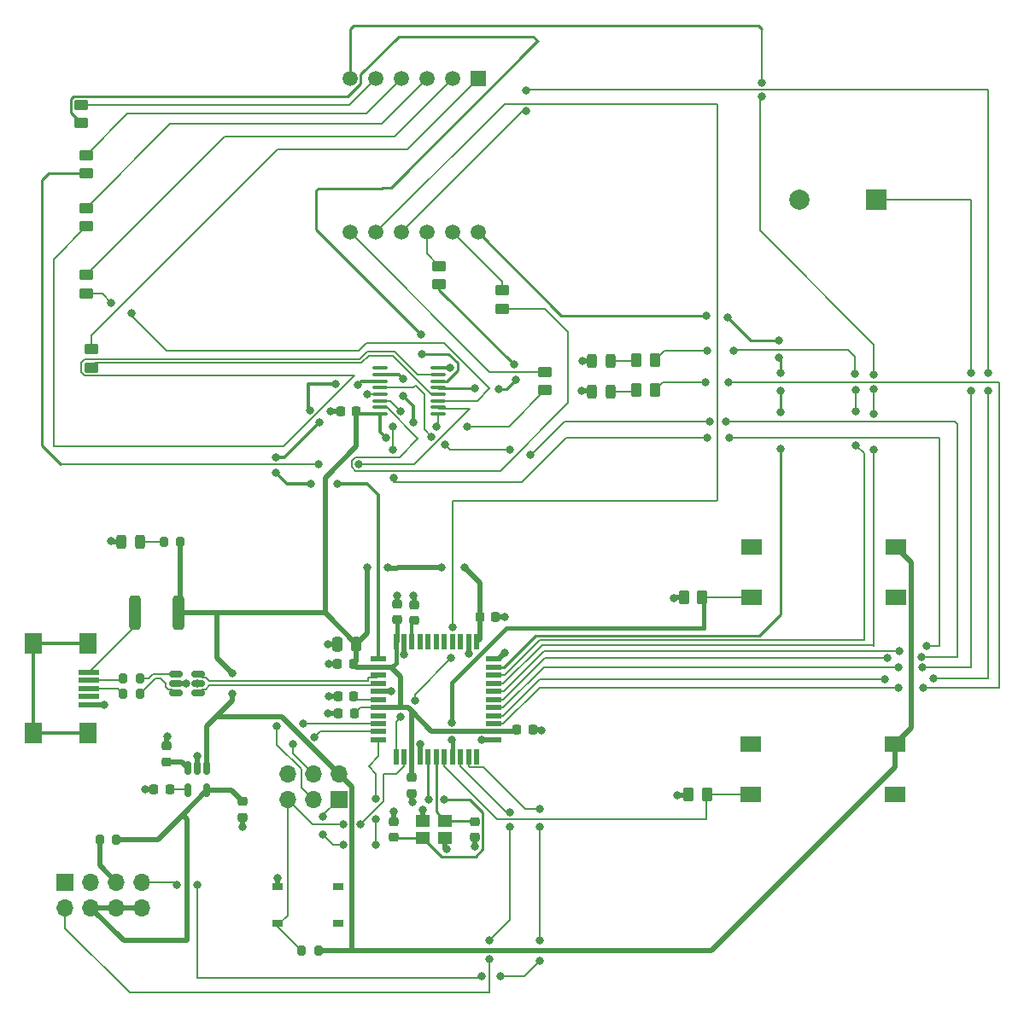
<source format=gbr>
%TF.GenerationSoftware,KiCad,Pcbnew,(7.0.0)*%
%TF.CreationDate,2023-04-24T10:14:54-06:00*%
%TF.ProjectId,Phase_B_ATMEGA_v3,50686173-655f-4425-9f41-544d4547415f,rev?*%
%TF.SameCoordinates,Original*%
%TF.FileFunction,Copper,L1,Top*%
%TF.FilePolarity,Positive*%
%FSLAX46Y46*%
G04 Gerber Fmt 4.6, Leading zero omitted, Abs format (unit mm)*
G04 Created by KiCad (PCBNEW (7.0.0)) date 2023-04-24 10:14:54*
%MOMM*%
%LPD*%
G01*
G04 APERTURE LIST*
G04 Aperture macros list*
%AMRoundRect*
0 Rectangle with rounded corners*
0 $1 Rounding radius*
0 $2 $3 $4 $5 $6 $7 $8 $9 X,Y pos of 4 corners*
0 Add a 4 corners polygon primitive as box body*
4,1,4,$2,$3,$4,$5,$6,$7,$8,$9,$2,$3,0*
0 Add four circle primitives for the rounded corners*
1,1,$1+$1,$2,$3*
1,1,$1+$1,$4,$5*
1,1,$1+$1,$6,$7*
1,1,$1+$1,$8,$9*
0 Add four rect primitives between the rounded corners*
20,1,$1+$1,$2,$3,$4,$5,0*
20,1,$1+$1,$4,$5,$6,$7,0*
20,1,$1+$1,$6,$7,$8,$9,0*
20,1,$1+$1,$8,$9,$2,$3,0*%
G04 Aperture macros list end*
%TA.AperFunction,ComponentPad*%
%ADD10R,2.000000X2.000000*%
%TD*%
%TA.AperFunction,ComponentPad*%
%ADD11C,2.000000*%
%TD*%
%TA.AperFunction,SMDPad,CuDef*%
%ADD12RoundRect,0.200000X-0.200000X-0.275000X0.200000X-0.275000X0.200000X0.275000X-0.200000X0.275000X0*%
%TD*%
%TA.AperFunction,SMDPad,CuDef*%
%ADD13RoundRect,0.200000X0.200000X0.275000X-0.200000X0.275000X-0.200000X-0.275000X0.200000X-0.275000X0*%
%TD*%
%TA.AperFunction,SMDPad,CuDef*%
%ADD14RoundRect,0.243750X-0.243750X-0.456250X0.243750X-0.456250X0.243750X0.456250X-0.243750X0.456250X0*%
%TD*%
%TA.AperFunction,SMDPad,CuDef*%
%ADD15RoundRect,0.250000X0.450000X-0.262500X0.450000X0.262500X-0.450000X0.262500X-0.450000X-0.262500X0*%
%TD*%
%TA.AperFunction,SMDPad,CuDef*%
%ADD16RoundRect,0.225000X0.250000X-0.225000X0.250000X0.225000X-0.250000X0.225000X-0.250000X-0.225000X0*%
%TD*%
%TA.AperFunction,SMDPad,CuDef*%
%ADD17RoundRect,0.250000X0.262500X0.450000X-0.262500X0.450000X-0.262500X-0.450000X0.262500X-0.450000X0*%
%TD*%
%TA.AperFunction,SMDPad,CuDef*%
%ADD18R,2.000000X1.500000*%
%TD*%
%TA.AperFunction,SMDPad,CuDef*%
%ADD19RoundRect,0.250000X0.250000X0.475000X-0.250000X0.475000X-0.250000X-0.475000X0.250000X-0.475000X0*%
%TD*%
%TA.AperFunction,SMDPad,CuDef*%
%ADD20R,1.500000X0.550000*%
%TD*%
%TA.AperFunction,SMDPad,CuDef*%
%ADD21R,0.550000X1.500000*%
%TD*%
%TA.AperFunction,SMDPad,CuDef*%
%ADD22RoundRect,0.225000X-0.225000X-0.250000X0.225000X-0.250000X0.225000X0.250000X-0.225000X0.250000X0*%
%TD*%
%TA.AperFunction,SMDPad,CuDef*%
%ADD23RoundRect,0.225000X0.225000X0.250000X-0.225000X0.250000X-0.225000X-0.250000X0.225000X-0.250000X0*%
%TD*%
%TA.AperFunction,SMDPad,CuDef*%
%ADD24RoundRect,0.100000X0.637500X0.100000X-0.637500X0.100000X-0.637500X-0.100000X0.637500X-0.100000X0*%
%TD*%
%TA.AperFunction,ComponentPad*%
%ADD25R,1.700000X1.700000*%
%TD*%
%TA.AperFunction,ComponentPad*%
%ADD26O,1.700000X1.700000*%
%TD*%
%TA.AperFunction,SMDPad,CuDef*%
%ADD27RoundRect,0.250000X-0.312500X-1.450000X0.312500X-1.450000X0.312500X1.450000X-0.312500X1.450000X0*%
%TD*%
%TA.AperFunction,SMDPad,CuDef*%
%ADD28RoundRect,0.225000X-0.250000X0.225000X-0.250000X-0.225000X0.250000X-0.225000X0.250000X0.225000X0*%
%TD*%
%TA.AperFunction,ComponentPad*%
%ADD29R,1.500000X1.500000*%
%TD*%
%TA.AperFunction,ComponentPad*%
%ADD30C,1.500000*%
%TD*%
%TA.AperFunction,SMDPad,CuDef*%
%ADD31R,1.400000X1.200000*%
%TD*%
%TA.AperFunction,SMDPad,CuDef*%
%ADD32RoundRect,0.150000X-0.512500X-0.150000X0.512500X-0.150000X0.512500X0.150000X-0.512500X0.150000X0*%
%TD*%
%TA.AperFunction,SMDPad,CuDef*%
%ADD33RoundRect,0.150000X-0.150000X0.512500X-0.150000X-0.512500X0.150000X-0.512500X0.150000X0.512500X0*%
%TD*%
%TA.AperFunction,SMDPad,CuDef*%
%ADD34R,2.000000X0.500000*%
%TD*%
%TA.AperFunction,SMDPad,CuDef*%
%ADD35R,1.700000X2.000000*%
%TD*%
%TA.AperFunction,SMDPad,CuDef*%
%ADD36R,1.000000X0.700000*%
%TD*%
%TA.AperFunction,ViaPad*%
%ADD37C,0.800000*%
%TD*%
%TA.AperFunction,Conductor*%
%ADD38C,0.203200*%
%TD*%
%TA.AperFunction,Conductor*%
%ADD39C,0.250000*%
%TD*%
%TA.AperFunction,Conductor*%
%ADD40C,0.508000*%
%TD*%
%TA.AperFunction,Conductor*%
%ADD41C,0.304800*%
%TD*%
%TA.AperFunction,Conductor*%
%ADD42C,0.381000*%
%TD*%
%TA.AperFunction,Conductor*%
%ADD43C,0.254000*%
%TD*%
%TA.AperFunction,Conductor*%
%ADD44C,0.200000*%
%TD*%
G04 APERTURE END LIST*
D10*
%TO.P,LS1,1,1*%
%TO.N,Buzzer*%
X183299999Y-66499999D03*
D11*
%TO.P,LS1,2,2*%
%TO.N,GND*%
X175700000Y-66500000D03*
%TD*%
D12*
%TO.P,R14,1*%
%TO.N,Net-(J2-D+)*%
X108675000Y-115500000D03*
%TO.P,R14,2*%
%TO.N,USB_CONN_D+*%
X110325000Y-115500000D03*
%TD*%
D13*
%TO.P,R13,1*%
%TO.N,+5V*%
X128000000Y-141000000D03*
%TO.P,R13,2*%
%TO.N,RST*%
X126350000Y-141000000D03*
%TD*%
D14*
%TO.P,D3,1,K*%
%TO.N,GND*%
X108500000Y-100500000D03*
%TO.P,D3,2,A*%
%TO.N,Net-(D3-A)*%
X110375000Y-100500000D03*
%TD*%
D15*
%TO.P,R12,1*%
%TO.N,dp*%
X105000000Y-69162500D03*
%TO.P,R12,2*%
%TO.N,Net-(U1-DPX)*%
X105000000Y-67337500D03*
%TD*%
D14*
%TO.P,D1,1,K*%
%TO.N,GND*%
X155125000Y-82500000D03*
%TO.P,D1,2,A*%
%TO.N,Net-(D1-A)*%
X157000000Y-82500000D03*
%TD*%
D16*
%TO.P,C2,1*%
%TO.N,GND*%
X143500000Y-129775000D03*
%TO.P,C2,2*%
%TO.N,XTAL1*%
X143500000Y-128225000D03*
%TD*%
%TO.P,C10,1*%
%TO.N,+5V*%
X135800000Y-108195000D03*
%TO.P,C10,2*%
%TO.N,GND*%
X135800000Y-106645000D03*
%TD*%
%TO.P,C12,1*%
%TO.N,/AREF*%
X137500000Y-108275000D03*
%TO.P,C12,2*%
%TO.N,GND*%
X137500000Y-106725000D03*
%TD*%
D17*
%TO.P,R4,1*%
%TO.N,GREEN_LED*%
X161385000Y-85405000D03*
%TO.P,R4,2*%
%TO.N,Net-(D2-A)*%
X159560000Y-85405000D03*
%TD*%
D18*
%TO.P,S2,A1,NO_1*%
%TO.N,unconnected-(S2-NO_1-PadA1)*%
X185149999Y-125499999D03*
%TO.P,S2,B1,NO_2*%
%TO.N,Button_2*%
X170849999Y-125499999D03*
%TO.P,S2,C1,COM_1*%
%TO.N,+5V*%
X185149999Y-120499999D03*
%TO.P,S2,D1,COM_2*%
%TO.N,unconnected-(S2-COM_2-PadD1)*%
X170849999Y-120499999D03*
%TD*%
D13*
%TO.P,R16,1*%
%TO.N,+5V*%
X114325000Y-100500000D03*
%TO.P,R16,2*%
%TO.N,Net-(D3-A)*%
X112675000Y-100500000D03*
%TD*%
D15*
%TO.P,R7,1*%
%TO.N,c*%
X105000000Y-63912500D03*
%TO.P,R7,2*%
%TO.N,Net-(U1-c)*%
X105000000Y-62087500D03*
%TD*%
D19*
%TO.P,C8,1*%
%TO.N,+5V*%
X131800000Y-110600000D03*
%TO.P,C8,2*%
%TO.N,GND*%
X129900000Y-110600000D03*
%TD*%
D20*
%TO.P,U3,1,PE6*%
%TO.N,SH_CP*%
X133999999Y-112099999D03*
%TO.P,U3,2,UVCC*%
%TO.N,+5V*%
X133999999Y-112899999D03*
%TO.P,U3,3,D-*%
%TO.N,USB_D-*%
X133999999Y-113699999D03*
%TO.P,U3,4,D+*%
%TO.N,USB_D+*%
X133999999Y-114499999D03*
%TO.P,U3,5,UGND*%
%TO.N,GND*%
X133999999Y-115299999D03*
%TO.P,U3,6,UCAP*%
%TO.N,/UCAP*%
X133999999Y-116099999D03*
%TO.P,U3,7,VBUS*%
%TO.N,+5V*%
X133999999Y-116899999D03*
%TO.P,U3,8,PB0*%
%TO.N,unconnected-(U3-PB0-Pad8)*%
X133999999Y-117699999D03*
%TO.P,U3,9,PB1*%
%TO.N,SCK*%
X133999999Y-118499999D03*
%TO.P,U3,10,PB2*%
%TO.N,MOSI*%
X133999999Y-119299999D03*
%TO.P,U3,11,PB3*%
%TO.N,MISO*%
X133999999Y-120099999D03*
D21*
%TO.P,U3,12,PB7*%
%TO.N,Dig3*%
X135699999Y-121799999D03*
%TO.P,U3,13,~{RESET}*%
%TO.N,RST*%
X136499999Y-121799999D03*
%TO.P,U3,14,VCC*%
%TO.N,+5V*%
X137299999Y-121799999D03*
%TO.P,U3,15,GND*%
%TO.N,GND*%
X138099999Y-121799999D03*
%TO.P,U3,16,XTAL2*%
%TO.N,XTAL2*%
X138899999Y-121799999D03*
%TO.P,U3,17,XTAL1*%
%TO.N,XTAL1*%
X139699999Y-121799999D03*
%TO.P,U3,18,PD0*%
%TO.N,Button_2*%
X140499999Y-121799999D03*
%TO.P,U3,19,PD1*%
%TO.N,Button_1*%
X141299999Y-121799999D03*
%TO.P,U3,20,PD2*%
%TO.N,TX*%
X142099999Y-121799999D03*
%TO.P,U3,21,PD3*%
%TO.N,RX*%
X142899999Y-121799999D03*
%TO.P,U3,22,PD5*%
%TO.N,unconnected-(U3-PD5-Pad22)*%
X143699999Y-121799999D03*
D20*
%TO.P,U3,23,GND*%
%TO.N,GND*%
X145399999Y-120099999D03*
%TO.P,U3,24,AVCC*%
%TO.N,+5V*%
X145399999Y-119299999D03*
%TO.P,U3,25,PD4*%
%TO.N,GREEN_LED*%
X145399999Y-118499999D03*
%TO.P,U3,26,PD6*%
%TO.N,Dig2*%
X145399999Y-117699999D03*
%TO.P,U3,27,PD7*%
%TO.N,Buzzer*%
X145399999Y-116899999D03*
%TO.P,U3,28,PB4*%
%TO.N,ST_CP*%
X145399999Y-116099999D03*
%TO.P,U3,29,PB5*%
%TO.N,DS*%
X145399999Y-115299999D03*
%TO.P,U3,30,PB6*%
%TO.N,Dig4*%
X145399999Y-114499999D03*
%TO.P,U3,31,PC6*%
%TO.N,RED_LED*%
X145399999Y-113699999D03*
%TO.P,U3,32,PC7*%
%TO.N,Dig1*%
X145399999Y-112899999D03*
%TO.P,U3,33,~{HWB}/PE2*%
%TO.N,GND*%
X145399999Y-112099999D03*
D21*
%TO.P,U3,34,VCC*%
%TO.N,+5V*%
X143699999Y-110399999D03*
%TO.P,U3,35,GND*%
%TO.N,GND*%
X142899999Y-110399999D03*
%TO.P,U3,36,PF7*%
%TO.N,unconnected-(U3-PF7-Pad36)*%
X142099999Y-110399999D03*
%TO.P,U3,37,PF6*%
%TO.N,unconnected-(U3-PF6-Pad37)*%
X141299999Y-110399999D03*
%TO.P,U3,38,PF5*%
%TO.N,unconnected-(U3-PF5-Pad38)*%
X140499999Y-110399999D03*
%TO.P,U3,39,PF4*%
%TO.N,unconnected-(U3-PF4-Pad39)*%
X139699999Y-110399999D03*
%TO.P,U3,40,PF1*%
%TO.N,unconnected-(U3-PF1-Pad40)*%
X138899999Y-110399999D03*
%TO.P,U3,41,PF0*%
%TO.N,unconnected-(U3-PF0-Pad41)*%
X138099999Y-110399999D03*
%TO.P,U3,42,AREF*%
%TO.N,/AREF*%
X137299999Y-110399999D03*
%TO.P,U3,43,GND*%
%TO.N,GND*%
X136499999Y-110399999D03*
%TO.P,U3,44,AVCC*%
%TO.N,+5V*%
X135699999Y-110399999D03*
%TD*%
D18*
%TO.P,S1,A1,NO_1*%
%TO.N,unconnected-(S1-NO_1-PadA1)*%
X185299999Y-105999999D03*
%TO.P,S1,B1,NO_2*%
%TO.N,Button_1*%
X170999999Y-105999999D03*
%TO.P,S1,C1,COM_1*%
%TO.N,+5V*%
X185299999Y-100999999D03*
%TO.P,S1,D1,COM_2*%
%TO.N,unconnected-(S1-COM_2-PadD1)*%
X170999999Y-100999999D03*
%TD*%
D22*
%TO.P,C11,1*%
%TO.N,+5V*%
X144025000Y-107920000D03*
%TO.P,C11,2*%
%TO.N,GND*%
X145575000Y-107920000D03*
%TD*%
D23*
%TO.P,C5,1*%
%TO.N,+5V*%
X131475000Y-112600000D03*
%TO.P,C5,2*%
%TO.N,GND*%
X129925000Y-112600000D03*
%TD*%
D24*
%TO.P,U2,1,QB*%
%TO.N,b*%
X139862500Y-87775000D03*
%TO.P,U2,2,QC*%
%TO.N,c*%
X139862500Y-87125000D03*
%TO.P,U2,3,QD*%
%TO.N,d*%
X139862500Y-86475000D03*
%TO.P,U2,4,QE*%
%TO.N,e*%
X139862500Y-85825000D03*
%TO.P,U2,5,QF*%
%TO.N,f*%
X139862500Y-85175000D03*
%TO.P,U2,6,QG*%
%TO.N,g*%
X139862500Y-84525000D03*
%TO.P,U2,7,QH*%
%TO.N,dp*%
X139862500Y-83875000D03*
%TO.P,U2,8,GND*%
%TO.N,GND*%
X139862500Y-83225000D03*
%TO.P,U2,9,QH'*%
%TO.N,unconnected-(U2-QH'-Pad9)*%
X134137500Y-83225000D03*
%TO.P,U2,10,~{SRCLR}*%
%TO.N,+5V*%
X134137500Y-83875000D03*
%TO.P,U2,11,SRCLK*%
%TO.N,SH_CP*%
X134137500Y-84525000D03*
%TO.P,U2,12,RCLK*%
%TO.N,ST_CP*%
X134137500Y-85175000D03*
%TO.P,U2,13,~{OE}*%
%TO.N,GND*%
X134137500Y-85825000D03*
%TO.P,U2,14,SER*%
%TO.N,DS*%
X134137500Y-86475000D03*
%TO.P,U2,15,QA*%
%TO.N,a*%
X134137500Y-87125000D03*
%TO.P,U2,16,VCC*%
%TO.N,+5V*%
X134137500Y-87775000D03*
%TD*%
D25*
%TO.P,J3,1,Pin_1*%
%TO.N,GND*%
X102919999Y-134209999D03*
D26*
%TO.P,J3,2,Pin_2*%
%TO.N,TX*%
X102919999Y-136749999D03*
%TO.P,J3,3,Pin_3*%
%TO.N,unconnected-(J3-Pin_3-Pad3)*%
X105459999Y-134209999D03*
%TO.P,J3,4,Pin_4*%
%TO.N,+3.3V*%
X105459999Y-136749999D03*
%TO.P,J3,5,Pin_5*%
%TO.N,Net-(J3-Pin_5)*%
X107999999Y-134209999D03*
%TO.P,J3,6,Pin_6*%
%TO.N,+3.3V*%
X107999999Y-136749999D03*
%TO.P,J3,7,Pin_7*%
%TO.N,RX*%
X110539999Y-134209999D03*
%TO.P,J3,8,Pin_8*%
%TO.N,+3.3V*%
X110539999Y-136749999D03*
%TD*%
D16*
%TO.P,C3,1*%
%TO.N,XTAL2*%
X135500000Y-129775000D03*
%TO.P,C3,2*%
%TO.N,GND*%
X135500000Y-128225000D03*
%TD*%
D22*
%TO.P,C7,1*%
%TO.N,+5V*%
X147700000Y-119100000D03*
%TO.P,C7,2*%
%TO.N,GND*%
X149250000Y-119100000D03*
%TD*%
D27*
%TO.P,F1,1*%
%TO.N,Net-(J2-VBUS)*%
X109862500Y-107500000D03*
%TO.P,F1,2*%
%TO.N,+5V*%
X114137500Y-107500000D03*
%TD*%
D25*
%TO.P,J1,1,MISO*%
%TO.N,MISO*%
X130039999Y-126039999D03*
D26*
%TO.P,J1,2,VCC*%
%TO.N,+5V*%
X130039999Y-123499999D03*
%TO.P,J1,3,SCK*%
%TO.N,SCK*%
X127499999Y-126039999D03*
%TO.P,J1,4,MOSI*%
%TO.N,MOSI*%
X127499999Y-123499999D03*
%TO.P,J1,5,~{RST}*%
%TO.N,RST*%
X124959999Y-126039999D03*
%TO.P,J1,6,GND*%
%TO.N,GND*%
X124959999Y-123499999D03*
%TD*%
D28*
%TO.P,C14,1*%
%TO.N,+3.3V*%
X120500000Y-126225000D03*
%TO.P,C14,2*%
%TO.N,GND*%
X120500000Y-127775000D03*
%TD*%
D29*
%TO.P,U1,1,e*%
%TO.N,Net-(U1-e)*%
X143849999Y-54522499D03*
D30*
%TO.P,U1,2,d*%
%TO.N,Net-(U1-d)*%
X141310000Y-54522500D03*
%TO.P,U1,3,DPX*%
%TO.N,Net-(U1-DPX)*%
X138770000Y-54522500D03*
%TO.P,U1,4,c*%
%TO.N,Net-(U1-c)*%
X136230000Y-54522500D03*
%TO.P,U1,5,g*%
%TO.N,Net-(U1-g)*%
X133690000Y-54522500D03*
%TO.P,U1,6,CA4*%
%TO.N,Dig4*%
X131150000Y-54522500D03*
%TO.P,U1,7,b*%
%TO.N,Net-(U1-b)*%
X131150000Y-69762500D03*
%TO.P,U1,8,CA3*%
%TO.N,Dig3*%
X133690000Y-69762500D03*
%TO.P,U1,9,CA2*%
%TO.N,Dig2*%
X136230000Y-69762500D03*
%TO.P,U1,10,f*%
%TO.N,Net-(U1-f)*%
X138770000Y-69762500D03*
%TO.P,U1,11,a*%
%TO.N,Net-(U1-a)*%
X141310000Y-69762500D03*
%TO.P,U1,12,CA1*%
%TO.N,Dig1*%
X143850000Y-69762500D03*
%TD*%
D14*
%TO.P,D2,1,K*%
%TO.N,GND*%
X155125000Y-85540000D03*
%TO.P,D2,2,A*%
%TO.N,Net-(D2-A)*%
X157000000Y-85540000D03*
%TD*%
D31*
%TO.P,Y1,1,1*%
%TO.N,XTAL1*%
X140599999Y-128149999D03*
%TO.P,Y1,2,2*%
%TO.N,GND*%
X138399999Y-128149999D03*
%TO.P,Y1,3,3*%
%TO.N,XTAL2*%
X138399999Y-129849999D03*
%TO.P,Y1,4,4*%
%TO.N,GND*%
X140599999Y-129849999D03*
%TD*%
D12*
%TO.P,R15,1*%
%TO.N,Net-(J2-D-)*%
X108675000Y-114000000D03*
%TO.P,R15,2*%
%TO.N,USB_CONN_D-*%
X110325000Y-114000000D03*
%TD*%
D15*
%TO.P,R5,1*%
%TO.N,a*%
X146200000Y-77312500D03*
%TO.P,R5,2*%
%TO.N,Net-(U1-a)*%
X146200000Y-75487500D03*
%TD*%
D32*
%TO.P,U4,1,I/O1*%
%TO.N,USB_CONN_D-*%
X113862500Y-113550000D03*
%TO.P,U4,2,GND*%
%TO.N,GND*%
X113862500Y-114500000D03*
%TO.P,U4,3,I/O2*%
%TO.N,USB_CONN_D+*%
X113862500Y-115450000D03*
%TO.P,U4,4,I/O2*%
%TO.N,USB_D+*%
X116137500Y-115450000D03*
%TO.P,U4,5,VBUS*%
%TO.N,+5V*%
X116137500Y-114500000D03*
%TO.P,U4,6,I/O1*%
%TO.N,USB_D-*%
X116137500Y-113550000D03*
%TD*%
D23*
%TO.P,C1,1*%
%TO.N,+5V*%
X131775000Y-87500000D03*
%TO.P,C1,2*%
%TO.N,GND*%
X130225000Y-87500000D03*
%TD*%
%TO.P,C15,1*%
%TO.N,Net-(U5-BP)*%
X113275000Y-125000000D03*
%TO.P,C15,2*%
%TO.N,GND*%
X111725000Y-125000000D03*
%TD*%
D15*
%TO.P,R8,1*%
%TO.N,d*%
X105000000Y-75825000D03*
%TO.P,R8,2*%
%TO.N,Net-(U1-d)*%
X105000000Y-74000000D03*
%TD*%
D17*
%TO.P,R1,1*%
%TO.N,Button_1*%
X166062500Y-106000000D03*
%TO.P,R1,2*%
%TO.N,GND*%
X164237500Y-106000000D03*
%TD*%
D16*
%TO.P,C13,1*%
%TO.N,+5V*%
X113000000Y-122275000D03*
%TO.P,C13,2*%
%TO.N,GND*%
X113000000Y-120725000D03*
%TD*%
D17*
%TO.P,R3,1*%
%TO.N,RED_LED*%
X161385000Y-82455000D03*
%TO.P,R3,2*%
%TO.N,Net-(D1-A)*%
X159560000Y-82455000D03*
%TD*%
D33*
%TO.P,U5,1,VIN*%
%TO.N,+5V*%
X116950000Y-122862500D03*
%TO.P,U5,2,GND*%
%TO.N,GND*%
X116000000Y-122862500D03*
%TO.P,U5,3,ON/~{OFF}*%
%TO.N,+5V*%
X115050000Y-122862500D03*
%TO.P,U5,4,BP*%
%TO.N,Net-(U5-BP)*%
X115050000Y-125137500D03*
%TO.P,U5,5,VOUT*%
%TO.N,+3.3V*%
X116950000Y-125137500D03*
%TD*%
D15*
%TO.P,R11,1*%
%TO.N,g*%
X104500000Y-58912500D03*
%TO.P,R11,2*%
%TO.N,Net-(U1-g)*%
X104500000Y-57087500D03*
%TD*%
D23*
%TO.P,C9,1*%
%TO.N,/UCAP*%
X131543330Y-115795791D03*
%TO.P,C9,2*%
%TO.N,GND*%
X129993330Y-115795791D03*
%TD*%
D15*
%TO.P,R10,1*%
%TO.N,f*%
X140000000Y-74912500D03*
%TO.P,R10,2*%
%TO.N,Net-(U1-f)*%
X140000000Y-73087500D03*
%TD*%
D34*
%TO.P,J2,1,VBUS*%
%TO.N,Net-(J2-VBUS)*%
X105274999Y-113399999D03*
%TO.P,J2,2,D-*%
%TO.N,Net-(J2-D-)*%
X105274999Y-114199999D03*
%TO.P,J2,3,D+*%
%TO.N,Net-(J2-D+)*%
X105274999Y-114999999D03*
%TO.P,J2,4,ID*%
%TO.N,unconnected-(J2-ID-Pad4)*%
X105274999Y-115799999D03*
%TO.P,J2,5,GND*%
%TO.N,GND*%
X105274999Y-116599999D03*
D35*
%TO.P,J2,6,Shield*%
%TO.N,unconnected-(J2-Shield-Pad6)*%
X105174999Y-110549999D03*
X99724999Y-110549999D03*
X105174999Y-119449999D03*
X99724999Y-119449999D03*
%TD*%
D15*
%TO.P,R6,1*%
%TO.N,b*%
X150500000Y-85412500D03*
%TO.P,R6,2*%
%TO.N,Net-(U1-b)*%
X150500000Y-83587500D03*
%TD*%
D13*
%TO.P,R17,1*%
%TO.N,+3.3V*%
X108000000Y-130000000D03*
%TO.P,R17,2*%
%TO.N,Net-(J3-Pin_5)*%
X106350000Y-130000000D03*
%TD*%
D36*
%TO.P,S3,1*%
%TO.N,GND*%
X123999999Y-134649999D03*
%TO.P,S3,2*%
%TO.N,N/C*%
X129999999Y-134649999D03*
%TO.P,S3,3*%
%TO.N,RST*%
X123999999Y-138349999D03*
%TO.P,S3,4*%
%TO.N,N/C*%
X129999999Y-138349999D03*
%TD*%
D23*
%TO.P,C6,1*%
%TO.N,+5V*%
X131575000Y-117500000D03*
%TO.P,C6,2*%
%TO.N,GND*%
X130025000Y-117500000D03*
%TD*%
D28*
%TO.P,C4,1*%
%TO.N,+5V*%
X137300000Y-123870000D03*
%TO.P,C4,2*%
%TO.N,GND*%
X137300000Y-125420000D03*
%TD*%
D17*
%TO.P,R2,1*%
%TO.N,Button_2*%
X166562500Y-125500000D03*
%TO.P,R2,2*%
%TO.N,GND*%
X164737500Y-125500000D03*
%TD*%
D15*
%TO.P,R9,1*%
%TO.N,e*%
X105500000Y-83162500D03*
%TO.P,R9,2*%
%TO.N,Net-(U1-e)*%
X105500000Y-81337500D03*
%TD*%
D37*
%TO.N,RX*%
X146100000Y-143600000D03*
X144200000Y-143600000D03*
%TO.N,Dig2*%
X194400000Y-83700000D03*
X194400000Y-85500000D03*
%TO.N,Buzzer*%
X192700000Y-83700000D03*
X192700000Y-85500000D03*
%TO.N,+5V*%
X136400000Y-84300000D03*
X142500000Y-103000000D03*
X132900000Y-103000000D03*
X134698900Y-90100000D03*
X137400000Y-88600000D03*
X134900000Y-103000000D03*
X119500000Y-113500000D03*
X119500000Y-115500000D03*
X116000000Y-114500000D03*
X140200000Y-103000000D03*
X136400000Y-86000000D03*
%TO.N,GND*%
X146500000Y-111500000D03*
X107478760Y-100414063D03*
X163220300Y-106037450D03*
X137468831Y-105774904D03*
X106770126Y-116607533D03*
X142906265Y-111585106D03*
X146465353Y-107912307D03*
X144213488Y-120085106D03*
X129071879Y-115764520D03*
X143537450Y-130714060D03*
X163621749Y-125621550D03*
X123974770Y-133814980D03*
X138398290Y-127065701D03*
X128976566Y-110607533D03*
X136501578Y-111624353D03*
X135505252Y-127259131D03*
X137319579Y-126310380D03*
X138113140Y-120550459D03*
X120503737Y-128705577D03*
X110810619Y-124985598D03*
X150154795Y-119162810D03*
X132898428Y-85808181D03*
X129033639Y-112537377D03*
X116014234Y-121704860D03*
X135786946Y-105769119D03*
X114875500Y-114500000D03*
X154144692Y-85504091D03*
X141057313Y-83209316D03*
X154200000Y-82500000D03*
X129000000Y-117500000D03*
X129181210Y-87505124D03*
X135247700Y-115259920D03*
X140702629Y-130951118D03*
X113011213Y-119776740D03*
%TO.N,XTAL2*%
X140500000Y-126000000D03*
X138975500Y-126000000D03*
%TO.N,MISO*%
X128500000Y-129500000D03*
X128500000Y-127750000D03*
X133727997Y-125977997D03*
X133750000Y-130500000D03*
X133750000Y-128000000D03*
X130490500Y-130500000D03*
%TO.N,SCK*%
X123916484Y-118709750D03*
X126500000Y-118500000D03*
%TO.N,MOSI*%
X125500000Y-120500000D03*
X127623516Y-119876484D03*
%TO.N,RST*%
X132197500Y-128500000D03*
X130490500Y-128500000D03*
%TO.N,TX*%
X147000000Y-128701100D03*
X147000000Y-127298900D03*
X145000000Y-141853500D03*
X145000000Y-140000000D03*
%TO.N,RX*%
X116000000Y-134500000D03*
X114000000Y-134500000D03*
X150000000Y-142000000D03*
X150000000Y-128701100D03*
X150000000Y-127000000D03*
X150000000Y-140000000D03*
%TO.N,Buzzer*%
X187900000Y-112900000D03*
X185500000Y-112900000D03*
%TO.N,Button_1*%
X141250000Y-120082500D03*
X141250000Y-118375500D03*
%TO.N,RED_LED*%
X166600000Y-81500000D03*
X169200000Y-81500000D03*
X181300000Y-87500000D03*
X181200000Y-83800000D03*
X181300000Y-90900000D03*
X181300000Y-85400000D03*
%TO.N,GREEN_LED*%
X168700000Y-84600000D03*
X166400000Y-84600000D03*
X188000000Y-114900000D03*
X185500000Y-114900000D03*
%TO.N,b*%
X142750000Y-89000000D03*
X139750000Y-89000000D03*
%TO.N,c*%
X128000000Y-92750000D03*
X132000000Y-92750000D03*
%TO.N,d*%
X109500000Y-77750000D03*
X107500000Y-76750000D03*
%TO.N,f*%
X145900000Y-85300000D03*
X143500000Y-85200000D03*
X147400000Y-82886400D03*
X147600000Y-84400000D03*
%TO.N,g*%
X138300000Y-81800000D03*
X138200000Y-79900000D03*
%TO.N,Dig4*%
X172000000Y-56301100D03*
X183100000Y-87798900D03*
X183100000Y-83898900D03*
X183100000Y-91300000D03*
X172000000Y-54898900D03*
X183100000Y-85301100D03*
%TO.N,Dig3*%
X141200000Y-112000000D03*
X137600000Y-116200000D03*
X141300000Y-108900000D03*
X136200000Y-117800000D03*
%TO.N,Dig2*%
X148600000Y-57701100D03*
X189000000Y-114000000D03*
X184200000Y-114100000D03*
X148600000Y-55700000D03*
%TO.N,Dig1*%
X173800000Y-83700000D03*
X166500000Y-78000000D03*
X173800000Y-91200000D03*
X173800000Y-85500000D03*
X173700000Y-82200000D03*
X173800000Y-87600000D03*
X173700000Y-80500000D03*
X168600000Y-78200000D03*
%TO.N,SH_CP*%
X123800000Y-93600000D03*
X129900000Y-94700000D03*
X127189352Y-87389352D03*
X131900000Y-84900000D03*
X128100000Y-88600000D03*
X127300000Y-94700000D03*
X123800000Y-92048900D03*
X129700000Y-84800000D03*
%TO.N,ST_CP*%
X166800000Y-88500000D03*
X168400000Y-88500000D03*
X184400000Y-112000000D03*
X140600000Y-90800000D03*
X187789623Y-111906611D03*
X149000000Y-91800000D03*
X147000000Y-91300000D03*
X139229247Y-90029247D03*
%TO.N,DS*%
X135400000Y-89000000D03*
X188300000Y-110800000D03*
X166600000Y-90100000D03*
X136129727Y-87470273D03*
X135500000Y-94152700D03*
X135400000Y-91300000D03*
X185600000Y-111298900D03*
X168800000Y-90100000D03*
%TD*%
D38*
%TO.N,TX*%
X109320000Y-145200000D02*
X145000000Y-145200000D01*
X102920000Y-138800000D02*
X109320000Y-145200000D01*
X145000000Y-145200000D02*
X145000000Y-141853500D01*
%TO.N,RX*%
X146100000Y-143600000D02*
X148400000Y-143600000D01*
X148400000Y-143600000D02*
X150000000Y-142000000D01*
X144100000Y-143700000D02*
X144200000Y-143600000D01*
X116000000Y-143700000D02*
X144100000Y-143700000D01*
X116000000Y-136000000D02*
X116000000Y-143700000D01*
%TO.N,GREEN_LED*%
X195500000Y-84600000D02*
X168700000Y-84600000D01*
X195500000Y-114900000D02*
X195500000Y-84600000D01*
X188000000Y-114900000D02*
X195500000Y-114900000D01*
%TO.N,Dig2*%
X194400000Y-83700000D02*
X194400000Y-55600000D01*
X194400000Y-55600000D02*
X148700000Y-55600000D01*
X194400000Y-114000000D02*
X194400000Y-85500000D01*
X189000000Y-114000000D02*
X194400000Y-114000000D01*
%TO.N,Buzzer*%
X192700000Y-83700000D02*
X192700000Y-66500000D01*
X187900000Y-112900000D02*
X192700000Y-112900000D01*
X192700000Y-112900000D02*
X192700000Y-85500000D01*
X192700000Y-66500000D02*
X183300000Y-66500000D01*
%TO.N,ST_CP*%
X191400000Y-111906611D02*
X191400000Y-88800000D01*
X191100000Y-88500000D02*
X168400000Y-88500000D01*
X191400000Y-88800000D02*
X191100000Y-88500000D01*
X187789623Y-111906611D02*
X191400000Y-111906611D01*
%TO.N,DS*%
X189600000Y-110800000D02*
X189600000Y-90200000D01*
X189500000Y-90100000D02*
X168800000Y-90100000D01*
X189600000Y-90200000D02*
X189500000Y-90100000D01*
X188300000Y-110800000D02*
X189600000Y-110800000D01*
%TO.N,c*%
X102500000Y-92750000D02*
X128000000Y-92750000D01*
D39*
X100600000Y-90900000D02*
X102450000Y-92750000D01*
X100600000Y-64600000D02*
X100600000Y-90900000D01*
X101287500Y-63912500D02*
X100600000Y-64600000D01*
X105000000Y-63912500D02*
X101287500Y-63912500D01*
D38*
%TO.N,TX*%
X102920000Y-136750000D02*
X102920000Y-138800000D01*
%TO.N,Dig4*%
X172000000Y-54898900D02*
X172000000Y-49600000D01*
D39*
X171600000Y-49200000D02*
X172000000Y-49600000D01*
X131150000Y-49550000D02*
X131500000Y-49200000D01*
X131500000Y-49200000D02*
X171600000Y-49200000D01*
X131150000Y-54522500D02*
X131150000Y-49550000D01*
D40*
%TO.N,+5V*%
X118000000Y-112000000D02*
X118000000Y-107500000D01*
X131800000Y-110600000D02*
X131800000Y-112275000D01*
X144025000Y-107920000D02*
X144025000Y-110075000D01*
X132900000Y-109500000D02*
X131800000Y-110600000D01*
X145400000Y-119300000D02*
X147500000Y-119300000D01*
D41*
X136400000Y-86000000D02*
X137400000Y-87000000D01*
D40*
X185150000Y-120500000D02*
X186754000Y-118896000D01*
X144025000Y-110075000D02*
X143700000Y-110400000D01*
D42*
X135800000Y-108195000D02*
X135800000Y-110300000D01*
D40*
X117856250Y-117856250D02*
X124396250Y-117856250D01*
D38*
X131575000Y-117500000D02*
X132175000Y-116900000D01*
D40*
X137300000Y-123870000D02*
X137300000Y-121800000D01*
X137259140Y-121759140D02*
X137259140Y-117259140D01*
X135000000Y-103100000D02*
X134900000Y-103000000D01*
D41*
X134698900Y-90100000D02*
X134137500Y-89538600D01*
D42*
X135800000Y-110300000D02*
X135700000Y-110400000D01*
D41*
X135975000Y-83875000D02*
X136400000Y-84300000D01*
D40*
X137259140Y-117259140D02*
X136900000Y-116900000D01*
X131344000Y-124804000D02*
X131344000Y-140844000D01*
X147500000Y-119300000D02*
X147700000Y-119100000D01*
D41*
X134137500Y-89538600D02*
X134137500Y-87775000D01*
D40*
X145400000Y-119300000D02*
X145329000Y-119229000D01*
X131800000Y-112275000D02*
X131475000Y-112600000D01*
X132900000Y-103000000D02*
X132900000Y-109500000D01*
X114325000Y-107312500D02*
X114137500Y-107500000D01*
X135258000Y-112900000D02*
X136200000Y-113842000D01*
X128700000Y-107500000D02*
X128700000Y-94083474D01*
X128700000Y-94083474D02*
X131775000Y-91008474D01*
X145329000Y-119229000D02*
X139229000Y-119229000D01*
X128000000Y-141000000D02*
X131500000Y-141000000D01*
X131475000Y-112600000D02*
X131775000Y-112900000D01*
X131500000Y-141000000D02*
X166992000Y-141000000D01*
X114325000Y-100500000D02*
X114325000Y-107312500D01*
X114462500Y-122275000D02*
X115050000Y-122862500D01*
D41*
X137400000Y-87000000D02*
X137400000Y-88600000D01*
D40*
X144025000Y-104525000D02*
X142500000Y-103000000D01*
X186754000Y-102454000D02*
X185300000Y-101000000D01*
X144025000Y-107920000D02*
X144025000Y-104525000D01*
X116950000Y-122862500D02*
X116950000Y-118762500D01*
X140200000Y-103000000D02*
X135900000Y-103000000D01*
X135800000Y-103100000D02*
X135000000Y-103100000D01*
X118000000Y-107500000D02*
X128700000Y-107500000D01*
X137300000Y-121800000D02*
X137259140Y-121759140D01*
X119500000Y-113500000D02*
X118000000Y-112000000D01*
D42*
X135700000Y-112458000D02*
X135258000Y-112900000D01*
D41*
X134137500Y-83875000D02*
X135975000Y-83875000D01*
D40*
X139229000Y-119229000D02*
X137259140Y-117259140D01*
X131775000Y-91008474D02*
X131775000Y-87500000D01*
X166992000Y-141000000D02*
X185150000Y-122842000D01*
D41*
X132050000Y-87775000D02*
X131775000Y-87500000D01*
D40*
X136200000Y-116900000D02*
X134000000Y-116900000D01*
X116950000Y-118762500D02*
X117856250Y-117856250D01*
X136200000Y-113842000D02*
X136200000Y-116900000D01*
X124396250Y-117856250D02*
X130040000Y-123500000D01*
X113000000Y-122275000D02*
X114462500Y-122275000D01*
X119500000Y-116212500D02*
X119500000Y-115500000D01*
X130040000Y-123500000D02*
X131344000Y-124804000D01*
D41*
X134137500Y-87775000D02*
X132050000Y-87775000D01*
D40*
X186754000Y-118896000D02*
X186754000Y-102454000D01*
X185150000Y-122842000D02*
X185150000Y-120500000D01*
X117856250Y-117856250D02*
X119500000Y-116212500D01*
D42*
X135700000Y-110400000D02*
X135700000Y-112458000D01*
D40*
X135900000Y-103000000D02*
X135800000Y-103100000D01*
X128700000Y-107500000D02*
X131800000Y-110600000D01*
X136900000Y-116900000D02*
X136200000Y-116900000D01*
X131344000Y-140844000D02*
X131500000Y-141000000D01*
X131775000Y-112900000D02*
X134000000Y-112900000D01*
X116137500Y-114500000D02*
X116000000Y-114500000D01*
D38*
X132175000Y-116900000D02*
X134000000Y-116900000D01*
D40*
X134000000Y-112900000D02*
X135258000Y-112900000D01*
X114137500Y-107500000D02*
X118000000Y-107500000D01*
%TO.N,GND*%
X113000000Y-119787953D02*
X113011213Y-119776740D01*
X150091985Y-119100000D02*
X150154795Y-119162810D01*
X145575000Y-107920000D02*
X146457660Y-107920000D01*
X137500000Y-106725000D02*
X137500000Y-105806073D01*
X116000000Y-121719094D02*
X116014234Y-121704860D01*
X124000000Y-133840210D02*
X123974770Y-133814980D01*
X138400000Y-127067411D02*
X138398290Y-127065701D01*
X107564697Y-100500000D02*
X107478760Y-100414063D01*
X164615950Y-125621550D02*
X164737500Y-125500000D01*
X163621749Y-125621550D02*
X164615950Y-125621550D01*
X164237500Y-106000000D02*
X163257750Y-106000000D01*
X128984099Y-110600000D02*
X128976566Y-110607533D01*
X149250000Y-119100000D02*
X150091985Y-119100000D01*
X111725000Y-125000000D02*
X110825021Y-125000000D01*
X135247700Y-115259920D02*
X134040080Y-115259920D01*
X138113140Y-120550459D02*
X138113140Y-121786860D01*
X144213488Y-120085106D02*
X145385106Y-120085106D01*
X136501578Y-110401578D02*
X136500000Y-110400000D01*
X140600000Y-130848489D02*
X140702629Y-130951118D01*
X135500000Y-128225000D02*
X135500000Y-127264383D01*
X129071879Y-115764520D02*
X129962059Y-115764520D01*
X129181210Y-87505124D02*
X130219876Y-87505124D01*
X138400000Y-128150000D02*
X138400000Y-127067411D01*
X140600000Y-129850000D02*
X140600000Y-130848489D01*
X137300000Y-125420000D02*
X137300000Y-126290801D01*
X113862500Y-114500000D02*
X114875500Y-114500000D01*
X105275000Y-116600000D02*
X106762593Y-116600000D01*
X138113140Y-121786860D02*
X138100000Y-121800000D01*
X113000000Y-120725000D02*
X113000000Y-119787953D01*
X145900000Y-112100000D02*
X146500000Y-111500000D01*
X142906265Y-110406265D02*
X142900000Y-110400000D01*
X145400000Y-112100000D02*
X145900000Y-112100000D01*
X143500000Y-129775000D02*
X143500000Y-130676610D01*
X136501578Y-111624353D02*
X136501578Y-110401578D01*
X154144692Y-85504091D02*
X155089091Y-85504091D01*
D41*
X141041629Y-83225000D02*
X141057313Y-83209316D01*
D40*
X137500000Y-105806073D02*
X137468831Y-105774904D01*
X120503737Y-128705577D02*
X120503737Y-127778737D01*
X134040080Y-115259920D02*
X134000000Y-115300000D01*
X129925000Y-112600000D02*
X129096262Y-112600000D01*
X130219876Y-87505124D02*
X130225000Y-87500000D01*
X129962059Y-115764520D02*
X129993330Y-115795791D01*
X106762593Y-116600000D02*
X106770126Y-116607533D01*
X155089091Y-85504091D02*
X155125000Y-85540000D01*
X163257750Y-106000000D02*
X163220300Y-106037450D01*
X129000000Y-117500000D02*
X130025000Y-117500000D01*
X124000000Y-134650000D02*
X124000000Y-133840210D01*
X129900000Y-110600000D02*
X128984099Y-110600000D01*
X108500000Y-100500000D02*
X107564697Y-100500000D01*
X116000000Y-122862500D02*
X116000000Y-121719094D01*
X146457660Y-107920000D02*
X146465353Y-107912307D01*
X142906265Y-111585106D02*
X142906265Y-110406265D01*
D38*
X134137500Y-85825000D02*
X132915247Y-85825000D01*
D40*
X135500000Y-127264383D02*
X135505252Y-127259131D01*
X120503737Y-127778737D02*
X120500000Y-127775000D01*
X110825021Y-125000000D02*
X110810619Y-124985598D01*
X135800000Y-105782173D02*
X135786946Y-105769119D01*
X143500000Y-130676610D02*
X143537450Y-130714060D01*
X129096262Y-112600000D02*
X129033639Y-112537377D01*
D41*
X139862500Y-83225000D02*
X141041629Y-83225000D01*
D40*
X145385106Y-120085106D02*
X145400000Y-120100000D01*
X135800000Y-106645000D02*
X135800000Y-105782173D01*
D38*
X132915247Y-85825000D02*
X132898428Y-85808181D01*
D40*
X137300000Y-126290801D02*
X137319579Y-126310380D01*
X155125000Y-82500000D02*
X154200000Y-82500000D01*
D39*
%TO.N,XTAL1*%
X139700000Y-127250000D02*
X139700000Y-121800000D01*
X143425000Y-128150000D02*
X140600000Y-128150000D01*
X143500000Y-128225000D02*
X143425000Y-128150000D01*
X140600000Y-128150000D02*
X139700000Y-127250000D01*
%TO.N,XTAL2*%
X144300000Y-130976815D02*
X144300000Y-127300000D01*
X143600697Y-131676118D02*
X144300000Y-130976815D01*
X143000000Y-126000000D02*
X140500000Y-126000000D01*
X138400000Y-129850000D02*
X140226118Y-131676118D01*
X138900000Y-125924500D02*
X138900000Y-121800000D01*
X138975500Y-126000000D02*
X138900000Y-125924500D01*
X135575000Y-129850000D02*
X138400000Y-129850000D01*
X144300000Y-127300000D02*
X143000000Y-126000000D01*
X140226118Y-131676118D02*
X143600697Y-131676118D01*
X135500000Y-129775000D02*
X135575000Y-129850000D01*
D38*
%TO.N,/UCAP*%
X131543330Y-115795791D02*
X131847539Y-116100000D01*
X131847539Y-116100000D02*
X134000000Y-116100000D01*
D41*
%TO.N,/AREF*%
X137300000Y-108475000D02*
X137500000Y-108275000D01*
X137300000Y-110400000D02*
X137300000Y-108475000D01*
D40*
%TO.N,+3.3V*%
X105460000Y-136750000D02*
X108710000Y-140000000D01*
X110540000Y-136750000D02*
X108000000Y-136750000D01*
X108000000Y-130000000D02*
X112087500Y-130000000D01*
X115000000Y-128000000D02*
X114543750Y-127543750D01*
X116950000Y-125137500D02*
X119412500Y-125137500D01*
X119412500Y-125137500D02*
X120500000Y-126225000D01*
X115000000Y-140000000D02*
X115000000Y-128000000D01*
X112087500Y-130000000D02*
X114543750Y-127543750D01*
X108710000Y-140000000D02*
X115000000Y-140000000D01*
X105460000Y-136750000D02*
X108000000Y-136750000D01*
X114543750Y-127543750D02*
X116950000Y-125137500D01*
D38*
%TO.N,Net-(U5-BP)*%
X113275000Y-125000000D02*
X114912500Y-125000000D01*
X114912500Y-125000000D02*
X115050000Y-125137500D01*
%TO.N,Net-(D1-A)*%
X157000000Y-82500000D02*
X159515000Y-82500000D01*
X159515000Y-82500000D02*
X159560000Y-82455000D01*
%TO.N,Net-(D2-A)*%
X157000000Y-85540000D02*
X159425000Y-85540000D01*
X159425000Y-85540000D02*
X159560000Y-85405000D01*
%TO.N,Net-(D3-A)*%
X110375000Y-100500000D02*
X112675000Y-100500000D01*
%TO.N,Net-(J2-VBUS)*%
X105275000Y-113400000D02*
X109862500Y-108812500D01*
X109862500Y-108812500D02*
X109862500Y-107500000D01*
%TO.N,MISO*%
X129500000Y-130500000D02*
X130490500Y-130500000D01*
X130040000Y-126040000D02*
X128500000Y-127580000D01*
X128500000Y-127580000D02*
X128500000Y-127750000D01*
X128500000Y-129500000D02*
X129500000Y-130500000D01*
X133727997Y-125977997D02*
X133727997Y-123477997D01*
X133727997Y-123477997D02*
X133000000Y-122750000D01*
X133000000Y-122750000D02*
X134000000Y-121750000D01*
X133750000Y-130500000D02*
X133750000Y-128000000D01*
X134000000Y-121750000D02*
X134000000Y-120100000D01*
%TO.N,SCK*%
X126348400Y-124888400D02*
X126348400Y-123022991D01*
X123916484Y-120591075D02*
X123916484Y-118709750D01*
X127500000Y-126040000D02*
X126348400Y-124888400D01*
X126348400Y-123022991D02*
X123916484Y-120591075D01*
X126500000Y-118500000D02*
X134000000Y-118500000D01*
%TO.N,MOSI*%
X125500000Y-121500000D02*
X125500000Y-120500000D01*
X128200000Y-119300000D02*
X134000000Y-119300000D01*
X127623516Y-119876484D02*
X128200000Y-119300000D01*
X127500000Y-123500000D02*
X125500000Y-121500000D01*
%TO.N,RST*%
X135753200Y-123500000D02*
X136500000Y-122753200D01*
X134500000Y-126197500D02*
X134500000Y-123500000D01*
X126350000Y-141000000D02*
X124000000Y-138650000D01*
X124960000Y-137540000D02*
X124960000Y-126040000D01*
X127420000Y-128500000D02*
X130490500Y-128500000D01*
X124000000Y-138350000D02*
X124150000Y-138350000D01*
X136500000Y-122753200D02*
X136500000Y-121800000D01*
X124960000Y-126040000D02*
X127420000Y-128500000D01*
X132197500Y-128500000D02*
X134500000Y-126197500D01*
X134500000Y-123500000D02*
X135753200Y-123500000D01*
X124150000Y-138350000D02*
X124960000Y-137540000D01*
X124000000Y-138650000D02*
X124000000Y-138350000D01*
%TO.N,Net-(J2-D-)*%
X108675000Y-114000000D02*
X108475000Y-114200000D01*
X108475000Y-114200000D02*
X105275000Y-114200000D01*
%TO.N,Net-(J2-D+)*%
X108175000Y-115000000D02*
X105275000Y-115000000D01*
X108675000Y-115500000D02*
X108175000Y-115000000D01*
D41*
%TO.N,unconnected-(J2-Shield-Pad6)*%
X99725000Y-110550000D02*
X105175000Y-110550000D01*
X99725000Y-119450000D02*
X105175000Y-119450000D01*
X99725000Y-119450000D02*
X99725000Y-110550000D01*
D38*
%TO.N,TX*%
X146645700Y-127298900D02*
X142100000Y-122753200D01*
X147000000Y-127298900D02*
X146645700Y-127298900D01*
X142100000Y-122753200D02*
X142100000Y-121800000D01*
X147000000Y-138000000D02*
X147000000Y-128701100D01*
X145000000Y-140000000D02*
X147000000Y-138000000D01*
D40*
%TO.N,Net-(J3-Pin_5)*%
X106350000Y-130000000D02*
X106350000Y-132560000D01*
X106350000Y-132560000D02*
X108000000Y-134210000D01*
D38*
%TO.N,RX*%
X148500000Y-127000000D02*
X144351600Y-122851600D01*
X150000000Y-140000000D02*
X150000000Y-128701100D01*
X144351600Y-122851600D02*
X142998400Y-122851600D01*
X142998400Y-122851600D02*
X142900000Y-122753200D01*
X150000000Y-127000000D02*
X148500000Y-127000000D01*
X142900000Y-122753200D02*
X142900000Y-121800000D01*
X113710000Y-134210000D02*
X114000000Y-134500000D01*
X110540000Y-134210000D02*
X113710000Y-134210000D01*
X116000000Y-134500000D02*
X116000000Y-136000000D01*
%TO.N,Buzzer*%
X145400000Y-116900000D02*
X146353200Y-116900000D01*
X150353200Y-112900000D02*
X185500000Y-112900000D01*
X146353200Y-116900000D02*
X150353200Y-112900000D01*
D42*
%TO.N,Button_1*%
X141250000Y-118375500D02*
X141250000Y-114444000D01*
X141300000Y-120132500D02*
X141250000Y-120082500D01*
X146694000Y-109000000D02*
X166250000Y-109000000D01*
X141300000Y-121800000D02*
X141300000Y-120132500D01*
X166250000Y-109000000D02*
X166250000Y-106187500D01*
X166250000Y-106187500D02*
X166062500Y-106000000D01*
X141250000Y-114444000D02*
X146694000Y-109000000D01*
D38*
X166062500Y-106000000D02*
X171000000Y-106000000D01*
%TO.N,Button_2*%
X166500000Y-125562500D02*
X166562500Y-125500000D01*
X145746800Y-128000000D02*
X166500000Y-128000000D01*
X140500000Y-122753200D02*
X145746800Y-128000000D01*
X166500000Y-128000000D02*
X166500000Y-125562500D01*
X166562500Y-125500000D02*
X170850000Y-125500000D01*
X140500000Y-121800000D02*
X140500000Y-122753200D01*
%TO.N,RED_LED*%
X182100000Y-110200000D02*
X182100000Y-91700000D01*
X166600000Y-81500000D02*
X162340000Y-81500000D01*
X169296800Y-81403200D02*
X169200000Y-81500000D01*
X146500000Y-113700000D02*
X150000000Y-110200000D01*
X182100000Y-91700000D02*
X181300000Y-90900000D01*
X162340000Y-81500000D02*
X161385000Y-82455000D01*
X181200000Y-83800000D02*
X181200000Y-82100000D01*
X145400000Y-113700000D02*
X146500000Y-113700000D01*
X180503200Y-81403200D02*
X169296800Y-81403200D01*
X150000000Y-110200000D02*
X182100000Y-110200000D01*
X181200000Y-82100000D02*
X180503200Y-81403200D01*
X181300000Y-87500000D02*
X181300000Y-85400000D01*
%TO.N,GREEN_LED*%
X166400000Y-84600000D02*
X162190000Y-84600000D01*
X145400000Y-118500000D02*
X146353200Y-118500000D01*
X149953200Y-114900000D02*
X185500000Y-114900000D01*
X162190000Y-84600000D02*
X161385000Y-85405000D01*
X146353200Y-118500000D02*
X149953200Y-114900000D01*
%TO.N,a*%
X136083652Y-92048400D02*
X131709387Y-92048400D01*
X152800000Y-79600000D02*
X150512500Y-77312500D01*
X131298400Y-92459387D02*
X131298400Y-93040613D01*
X146048400Y-93451600D02*
X152800000Y-86700000D01*
X131298400Y-93040613D02*
X131709387Y-93451600D01*
X152800000Y-86700000D02*
X152800000Y-79600000D01*
X134137500Y-87125000D02*
X134792948Y-87125000D01*
X134792948Y-87125000D02*
X137900000Y-90232052D01*
X131709387Y-93451600D02*
X146048400Y-93451600D01*
X137900000Y-90232052D02*
X136083652Y-92048400D01*
X131709387Y-92048400D02*
X131298400Y-92459387D01*
X150512500Y-77312500D02*
X146200000Y-77312500D01*
%TO.N,Net-(U1-a)*%
X141310000Y-69762500D02*
X146200000Y-74652500D01*
X146200000Y-74652500D02*
X146200000Y-75487500D01*
%TO.N,b*%
X139862500Y-87775000D02*
X139862500Y-88887500D01*
X139862500Y-88887500D02*
X139750000Y-89000000D01*
X146912500Y-89000000D02*
X150500000Y-85412500D01*
X142750000Y-89000000D02*
X146912500Y-89000000D01*
%TO.N,Net-(U1-b)*%
X144975000Y-83587500D02*
X131150000Y-69762500D01*
X150500000Y-83587500D02*
X144975000Y-83587500D01*
%TO.N,c*%
X137500000Y-92750000D02*
X143000000Y-87250000D01*
X143000000Y-87250000D02*
X139987500Y-87250000D01*
X139987500Y-87250000D02*
X139862500Y-87125000D01*
X132000000Y-92750000D02*
X137500000Y-92750000D01*
%TO.N,Net-(U1-c)*%
X105000000Y-62087500D02*
X109087500Y-58000000D01*
X109087500Y-58000000D02*
X132752500Y-58000000D01*
X132752500Y-58000000D02*
X136230000Y-54522500D01*
%TO.N,d*%
X106575000Y-75825000D02*
X107500000Y-76750000D01*
X109500000Y-77750000D02*
X109500000Y-78000000D01*
X140500000Y-80750000D02*
X145000000Y-85250000D01*
X109500000Y-78000000D02*
X113000000Y-81500000D01*
X113000000Y-81500000D02*
X132000000Y-81500000D01*
X105000000Y-75825000D02*
X106575000Y-75825000D01*
X132750000Y-80750000D02*
X140500000Y-80750000D01*
X132000000Y-81500000D02*
X132750000Y-80750000D01*
X143775000Y-86475000D02*
X139862500Y-86475000D01*
X145000000Y-85250000D02*
X143775000Y-86475000D01*
%TO.N,Net-(U1-d)*%
X118750000Y-60250000D02*
X135582500Y-60250000D01*
X135582500Y-60250000D02*
X141310000Y-54522500D01*
X105000000Y-74000000D02*
X118750000Y-60250000D01*
%TO.N,e*%
X135382052Y-82000000D02*
X139207052Y-85825000D01*
X105500000Y-83162500D02*
X105939100Y-82723400D01*
X105939100Y-82723400D02*
X132276600Y-82723400D01*
X132276600Y-82723400D02*
X133000000Y-82000000D01*
X139207052Y-85825000D02*
X139862500Y-85825000D01*
X133000000Y-82000000D02*
X135382052Y-82000000D01*
%TO.N,Net-(U1-e)*%
X124000000Y-61500000D02*
X136872500Y-61500000D01*
X136872500Y-61500000D02*
X143850000Y-54522500D01*
X105500000Y-81337500D02*
X105500000Y-80000000D01*
X105500000Y-80000000D02*
X124000000Y-61500000D01*
D43*
%TO.N,f*%
X147400000Y-82886400D02*
X140000000Y-75486400D01*
X139862500Y-85175000D02*
X139887500Y-85200000D01*
X145900000Y-85300000D02*
X146700000Y-85300000D01*
X139887500Y-85200000D02*
X143500000Y-85200000D01*
X140000000Y-75486400D02*
X140000000Y-74912500D01*
X146700000Y-85300000D02*
X147600000Y-84400000D01*
D38*
%TO.N,Net-(U1-f)*%
X138770000Y-71857500D02*
X140000000Y-73087500D01*
X138770000Y-69762500D02*
X138770000Y-71857500D01*
D43*
%TO.N,g*%
X127800000Y-65600000D02*
X128000000Y-65400000D01*
X103473000Y-57885500D02*
X104500000Y-58912500D01*
X135976391Y-50327000D02*
X132227000Y-54076391D01*
X135226500Y-65300000D02*
X149726500Y-50800000D01*
X138200000Y-79900000D02*
X127800000Y-69500000D01*
X103473000Y-56527000D02*
X103473000Y-57885500D01*
X140900000Y-81800000D02*
X138300000Y-81800000D01*
X149327000Y-50327000D02*
X135976391Y-50327000D01*
X132227000Y-54968609D02*
X130947609Y-56248000D01*
X140769763Y-84525000D02*
X141821934Y-83472829D01*
X139862500Y-84525000D02*
X140769763Y-84525000D01*
X141821934Y-82721934D02*
X140900000Y-81800000D01*
X134300000Y-65400000D02*
X134400000Y-65300000D01*
X130947609Y-56248000D02*
X103752000Y-56248000D01*
X149726500Y-50800000D02*
X149800000Y-50800000D01*
X149800000Y-50800000D02*
X149327000Y-50327000D01*
X134400000Y-65300000D02*
X135226500Y-65300000D01*
X141821934Y-83472829D02*
X141821934Y-82721934D01*
X127800000Y-69500000D02*
X127800000Y-65600000D01*
X103752000Y-56248000D02*
X103473000Y-56527000D01*
X128000000Y-65400000D02*
X134300000Y-65400000D01*
X132227000Y-54076391D02*
X132227000Y-54968609D01*
D38*
%TO.N,Net-(U1-g)*%
X104500000Y-57087500D02*
X131125000Y-57087500D01*
X131125000Y-57087500D02*
X133690000Y-54522500D01*
%TO.N,dp*%
X101750000Y-91000000D02*
X124570210Y-91000000D01*
X137827262Y-83875000D02*
X139862500Y-83875000D01*
X104849720Y-82320200D02*
X132109590Y-82320200D01*
X131593610Y-83976600D02*
X104821520Y-83976600D01*
X132109590Y-82320200D02*
X132832990Y-81596800D01*
X135549063Y-81596800D02*
X137827262Y-83875000D01*
X104821520Y-83976600D02*
X104498400Y-83653480D01*
X104498400Y-82671520D02*
X104849720Y-82320200D01*
X101750000Y-72412500D02*
X101750000Y-91000000D01*
X124570210Y-91000000D02*
X131593610Y-83976600D01*
X105000000Y-69162500D02*
X101750000Y-72412500D01*
X104498400Y-83653480D02*
X104498400Y-82671520D01*
X132832990Y-81596800D02*
X135549063Y-81596800D01*
%TO.N,Net-(U1-DPX)*%
X113250000Y-59000000D02*
X134292500Y-59000000D01*
X105000000Y-67337500D02*
X113250000Y-59087500D01*
X134292500Y-59000000D02*
X138770000Y-54522500D01*
X113250000Y-59087500D02*
X113250000Y-59000000D01*
D44*
%TO.N,USB_CONN_D+*%
X111824999Y-114000001D02*
X110325000Y-115500000D01*
X113163604Y-115100000D02*
X112900000Y-114836396D01*
X112412501Y-114000001D02*
X111824999Y-114000001D01*
X113512500Y-115100000D02*
X113163604Y-115100000D01*
X112900000Y-114487500D02*
X112412501Y-114000001D01*
X113862500Y-115450000D02*
X113512500Y-115100000D01*
X112900000Y-114836396D02*
X112900000Y-114487500D01*
%TO.N,USB_CONN_D-*%
X111638603Y-113550000D02*
X111188603Y-114000000D01*
X111188603Y-114000000D02*
X110325000Y-114000000D01*
X113862500Y-113550000D02*
X111638603Y-113550000D01*
D38*
%TO.N,Dig4*%
X146353200Y-114500000D02*
X150100000Y-110753200D01*
X183100000Y-87798900D02*
X183100000Y-85301100D01*
X183100000Y-110800000D02*
X183100000Y-91300000D01*
X183000000Y-110700000D02*
X183100000Y-110800000D01*
X150100000Y-110753200D02*
X150100000Y-110700000D01*
X183100000Y-80900000D02*
X171800000Y-69600000D01*
X171800000Y-69600000D02*
X171800000Y-56501100D01*
X171800000Y-56501100D02*
X172000000Y-56301100D01*
X183100000Y-83898900D02*
X183100000Y-80900000D01*
X145400000Y-114500000D02*
X146353200Y-114500000D01*
X150100000Y-110700000D02*
X183000000Y-110700000D01*
%TO.N,Dig3*%
X167600000Y-57100000D02*
X167500000Y-57000000D01*
X167600000Y-96300000D02*
X167600000Y-57100000D01*
X141300000Y-96400000D02*
X167500000Y-96400000D01*
X167500000Y-96400000D02*
X167600000Y-96300000D01*
X135700000Y-118300000D02*
X136200000Y-117800000D01*
X146452500Y-57000000D02*
X133690000Y-69762500D01*
X137600000Y-116200000D02*
X137600000Y-115600000D01*
X141300000Y-108900000D02*
X141300000Y-96400000D01*
X135700000Y-121800000D02*
X135700000Y-118300000D01*
X167500000Y-57000000D02*
X146452500Y-57000000D01*
X137600000Y-115600000D02*
X141200000Y-112000000D01*
%TO.N,Dig2*%
X145400000Y-117700000D02*
X146353200Y-117700000D01*
X148700000Y-55600000D02*
X148600000Y-55700000D01*
X146353200Y-117700000D02*
X149953200Y-114100000D01*
X149953200Y-114100000D02*
X150200000Y-114100000D01*
X148291400Y-57701100D02*
X136230000Y-69762500D01*
X148600000Y-57701100D02*
X148291400Y-57701100D01*
X150200000Y-114100000D02*
X184200000Y-114100000D01*
D43*
%TO.N,Dig1*%
X149532600Y-109771400D02*
X171728600Y-109771400D01*
X173800000Y-83700000D02*
X173800000Y-82300000D01*
X173800000Y-82300000D02*
X173700000Y-82200000D01*
X166500000Y-78000000D02*
X152087500Y-78000000D01*
X146404000Y-112900000D02*
X149532600Y-109771400D01*
X145400000Y-112900000D02*
X146404000Y-112900000D01*
X170900000Y-80500000D02*
X168600000Y-78200000D01*
X173800000Y-107700000D02*
X173800000Y-91200000D01*
X152087500Y-78000000D02*
X143850000Y-69762500D01*
X171728600Y-109771400D02*
X173800000Y-107700000D01*
X173700000Y-80500000D02*
X170900000Y-80500000D01*
X173800000Y-87600000D02*
X173800000Y-85500000D01*
D41*
%TO.N,SH_CP*%
X127300000Y-94700000D02*
X124900000Y-94700000D01*
X132275000Y-84525000D02*
X134137500Y-84525000D01*
X134000000Y-95800000D02*
X134000000Y-112100000D01*
X124900000Y-94700000D02*
X123800000Y-93600000D01*
X129900000Y-94700000D02*
X132900000Y-94700000D01*
X132900000Y-94700000D02*
X134000000Y-95800000D01*
X127000000Y-87200000D02*
X127000000Y-84800000D01*
X131900000Y-84900000D02*
X132275000Y-84525000D01*
X127000000Y-84800000D02*
X129700000Y-84800000D01*
X127189352Y-87389352D02*
X127000000Y-87200000D01*
X124651100Y-92048900D02*
X128100000Y-88600000D01*
X123800000Y-92048900D02*
X124651100Y-92048900D01*
D38*
%TO.N,ST_CP*%
X147000000Y-91300000D02*
X141100000Y-91300000D01*
X166800000Y-88500000D02*
X152400000Y-88500000D01*
X141100000Y-91300000D02*
X140600000Y-90800000D01*
X137425000Y-85175000D02*
X134137500Y-85175000D01*
X152400000Y-88500000D02*
X149100000Y-91800000D01*
X150453200Y-112000000D02*
X184400000Y-112000000D01*
X138500000Y-85800000D02*
X137700000Y-85000000D01*
X146353200Y-116100000D02*
X150453200Y-112000000D01*
X139229247Y-90029247D02*
X138500000Y-89300000D01*
X138500000Y-89300000D02*
X138500000Y-85800000D01*
X137700000Y-85000000D02*
X137600000Y-85000000D01*
X145400000Y-116100000D02*
X146353200Y-116100000D01*
X149100000Y-91800000D02*
X149000000Y-91800000D01*
X137600000Y-85000000D02*
X137425000Y-85175000D01*
%TO.N,DS*%
X136129727Y-87470273D02*
X135134454Y-86475000D01*
X152500000Y-90200000D02*
X148200000Y-94500000D01*
X135500000Y-94500000D02*
X135500000Y-94152700D01*
X146400000Y-115300000D02*
X150400000Y-111300000D01*
X152600000Y-90100000D02*
X152500000Y-90200000D01*
X147900000Y-94500000D02*
X135500000Y-94500000D01*
X135134454Y-86475000D02*
X134137500Y-86475000D01*
X135400000Y-91300000D02*
X135400000Y-89000000D01*
X166600000Y-90100000D02*
X152600000Y-90100000D01*
X150401600Y-111298400D02*
X185599500Y-111298400D01*
X148200000Y-94500000D02*
X147900000Y-94500000D01*
X145400000Y-115300000D02*
X146400000Y-115300000D01*
X150400000Y-111300000D02*
X150401600Y-111298400D01*
X185599500Y-111298400D02*
X185600000Y-111298900D01*
D44*
%TO.N,USB_D-*%
X132950000Y-113925000D02*
X133775000Y-113925000D01*
X116137500Y-113550000D02*
X116487500Y-113900000D01*
X116836396Y-113900000D02*
X117211395Y-114274999D01*
X133775000Y-113925000D02*
X134000000Y-113700000D01*
X117211395Y-114274999D02*
X132950000Y-114274999D01*
X116487500Y-113900000D02*
X116836396Y-113900000D01*
X132950000Y-114274999D02*
X132950000Y-113925000D01*
%TO.N,USB_D+*%
X116137500Y-115450000D02*
X116487500Y-115100000D01*
X116487500Y-115100000D02*
X116836396Y-115100000D01*
X116836396Y-115100000D02*
X117211395Y-114725001D01*
X133836397Y-114500000D02*
X134000000Y-114500000D01*
X117211395Y-114725001D02*
X133611396Y-114725001D01*
X133611396Y-114725001D02*
X133836397Y-114500000D01*
%TD*%
M02*

</source>
